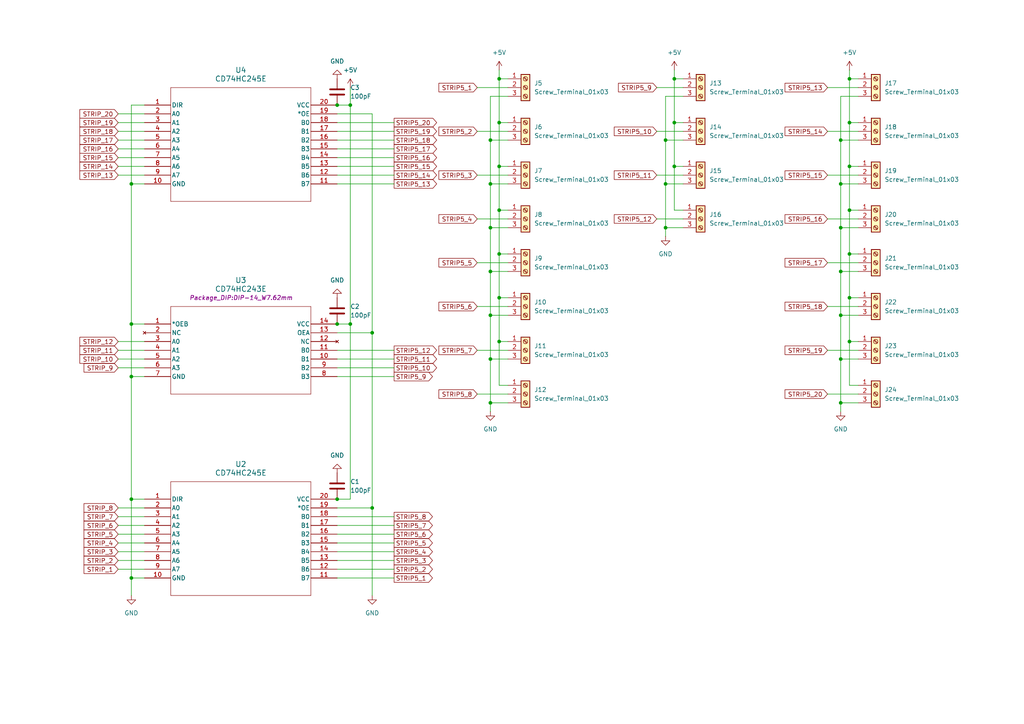
<source format=kicad_sch>
(kicad_sch (version 20231120) (generator "eeschema") (generator_version "8.0")
  (paper "A4")
  (lib_symbols
    (symbol "74HCxxxx:CD74HC243E" (pin_names (offset 0.254))
      (property "Reference" "U2" (at 27.94 10.16 0))
      (property "Value" "CD74HC243E" (at 27.94 7.62 0))
      (property "Footprint" "Package_DIP:DIP-14_W7.62mm" (at 0 0 0))
      (symbol "CD74HC243E_0_1"
        (polyline (pts (xy 7.62 -20.32) (xy 48.26 -20.32)) (stroke (width 0.127)))
        (polyline (pts (xy 7.62 5.08) (xy 7.62 -20.32)) (stroke (width 0.127)))
        (polyline (pts (xy 48.26 -20.32) (xy 48.26 5.08)) (stroke (width 0.127)))
        (polyline (pts (xy 48.26 5.08) (xy 7.62 5.08)) (stroke (width 0.127)))
        (pin input line (at 0 0 0) (length 7.62) (name "*OEB") (number "1"))
        (pin bidirectional line (at 55.88 -10.16 180) (length 7.62) (name "B1") (number "10"))
        (pin bidirectional line (at 55.88 -7.62 180) (length 7.62) (name "B0") (number "11"))
        (pin no_connect line (at 55.88 -5.08 180) (length 7.62) (name "NC") (number "12"))
        (pin input line (at 55.88 -2.54 180) (length 7.62) (name "OEA") (number "13"))
        (pin power_in line (at 55.88 0 180) (length 7.62) (name "VCC") (number "14"))
        (pin no_connect line (at 0 -2.54 0) (length 7.62) (name "NC") (number "2"))
        (pin bidirectional line (at 0 -5.08 0) (length 7.62) (name "A0") (number "3"))
        (pin bidirectional line (at 0 -7.62 0) (length 7.62) (name "A1") (number "4"))
        (pin bidirectional line (at 0 -10.16 0) (length 7.62) (name "A2") (number "5"))
        (pin bidirectional line (at 0 -12.7 0) (length 7.62) (name "A3") (number "6"))
        (pin power_in line (at 0 -15.24 0) (length 7.62) (name "GND") (number "7"))
        (pin bidirectional line (at 55.88 -15.24 180) (length 7.62) (name "B3") (number "8"))
        (pin bidirectional line (at 55.88 -12.7 180) (length 7.62) (name "B2") (number "9"))
      )
    )
    (symbol "74HCxxxx:CD74HC245E" (pin_names (offset 0.254))
      (property "Reference" "U" (at 27.94 10.16 0))
      (property "Value" "CD74HC245E" (at 27.94 7.62 0))
      (symbol "CD74HC245E_0_1"
        (polyline (pts (xy 7.62 -27.94) (xy 48.26 -27.94)) (stroke (width 0.127)))
        (polyline (pts (xy 7.62 5.08) (xy 7.62 -27.94)) (stroke (width 0.127)))
        (polyline (pts (xy 48.26 -27.94) (xy 48.26 5.08)) (stroke (width 0.127)))
        (polyline (pts (xy 48.26 5.08) (xy 7.62 5.08)) (stroke (width 0.127)))
        (pin input line (at 0 0 0) (length 7.62) (name "DIR") (number "1"))
        (pin power_in line (at 0 -22.86 0) (length 7.62) (name "GND") (number "10"))
        (pin bidirectional line (at 55.88 -22.86 180) (length 7.62) (name "B7") (number "11"))
        (pin bidirectional line (at 55.88 -20.32 180) (length 7.62) (name "B6") (number "12"))
        (pin bidirectional line (at 55.88 -17.78 180) (length 7.62) (name "B5") (number "13"))
        (pin bidirectional line (at 55.88 -15.24 180) (length 7.62) (name "B4") (number "14"))
        (pin bidirectional line (at 55.88 -12.7 180) (length 7.62) (name "B3") (number "15"))
        (pin bidirectional line (at 55.88 -10.16 180) (length 7.62) (name "B2") (number "16"))
        (pin bidirectional line (at 55.88 -7.62 180) (length 7.62) (name "B1") (number "17"))
        (pin bidirectional line (at 55.88 -5.08 180) (length 7.62) (name "B0") (number "18"))
        (pin input line (at 55.88 -2.54 180) (length 7.62) (name "*OE") (number "19"))
        (pin bidirectional line (at 0 -2.54 0) (length 7.62) (name "A0") (number "2"))
        (pin power_in line (at 55.88 0 180) (length 7.62) (name "VCC") (number "20"))
        (pin bidirectional line (at 0 -5.08 0) (length 7.62) (name "A1") (number "3"))
        (pin bidirectional line (at 0 -7.62 0) (length 7.62) (name "A2") (number "4"))
        (pin bidirectional line (at 0 -10.16 0) (length 7.62) (name "A3") (number "5"))
        (pin bidirectional line (at 0 -12.7 0) (length 7.62) (name "A4") (number "6"))
        (pin bidirectional line (at 0 -15.24 0) (length 7.62) (name "A5") (number "7"))
        (pin bidirectional line (at 0 -17.78 0) (length 7.62) (name "A6") (number "8"))
        (pin bidirectional line (at 0 -20.32 0) (length 7.62) (name "A7") (number "9"))
      )
    )
    (symbol "Connector:Screw_Terminal_01x03" (pin_names (offset 1.016) hide)
      (property "Reference" "J" (at 0 5.08 0))
      (property "Value" "Screw_Terminal_01x03" (at 0 -5.08 0))
      (symbol "Screw_Terminal_01x03_1_1"
        (rectangle (start -1.27 3.81) (end 1.27 -3.81) (stroke (width 0.254)) (fill (type background)))
        (circle (center 0 -2.54) (radius 0.635) (stroke (width 0.1524)))
        (polyline (pts (xy -0.5334 -2.2098) (xy 0.3302 -3.048)) (stroke (width 0.1524)))
        (polyline (pts (xy -0.5334 0.3302) (xy 0.3302 -0.508)) (stroke (width 0.1524)))
        (polyline (pts (xy -0.5334 2.8702) (xy 0.3302 2.032)) (stroke (width 0.1524)))
        (polyline (pts (xy -0.3556 -2.032) (xy 0.508 -2.8702)) (stroke (width 0.1524)))
        (polyline (pts (xy -0.3556 0.508) (xy 0.508 -0.3302)) (stroke (width 0.1524)))
        (polyline (pts (xy -0.3556 3.048) (xy 0.508 2.2098)) (stroke (width 0.1524)))
        (circle (center 0 0) (radius 0.635) (stroke (width 0.1524)))
        (circle (center 0 2.54) (radius 0.635) (stroke (width 0.1524)))
        (pin passive line (at -5.08 2.54 0) (length 3.81) (name "Pin_1") (number "1"))
        (pin passive line (at -5.08 0 0) (length 3.81) (name "Pin_2") (number "2"))
        (pin passive line (at -5.08 -2.54 0) (length 3.81) (name "Pin_3") (number "3"))
      )
    )
    (symbol "Device:C" (pin_numbers hide) (pin_names (offset 0.254))
      (property "Reference" "C" (at 0.635 2.54 0))
      (property "Value" "C" (at 0.635 -2.54 0))
      (symbol "C_0_1"
        (polyline (pts (xy -2.032 -0.762) (xy 2.032 -0.762)) (stroke (width 0.508)))
        (polyline (pts (xy -2.032 0.762) (xy 2.032 0.762)) (stroke (width 0.508)))
      )
      (symbol "C_1_1"
        (pin passive line (at 0 3.81 270) (length 2.794) (name "~") (number "1"))
        (pin passive line (at 0 -3.81 90) (length 2.794) (name "~") (number "2"))
      )
    )
    (symbol "power:+5V" (power) (pin_numbers hide) (pin_names (offset 0) hide)
      (property "Value" "+5V" (at 0 3.556 0))
      (symbol "+5V_0_1"
        (polyline (pts (xy -0.762 1.27) (xy 0 2.54)))
        (polyline (pts (xy 0 0) (xy 0 2.54)))
        (polyline (pts (xy 0 2.54) (xy 0.762 1.27)))
      )
      (symbol "+5V_1_1"
        (pin power_in line (at 0 0 90) (length 0) (name "~") (number "1"))
      )
    )
    (symbol "power:GND" (power) (pin_numbers hide) (pin_names (offset 0) hide)
      (property "Value" "GND" (at 0 -3.81 0))
      (symbol "GND_0_1"
        (polyline (pts (xy 0 0) (xy 0 -1.27) (xy 1.27 -1.27) (xy 0 -2.54) (xy -1.27 -1.27) (xy 0 -1.27)))
      )
      (symbol "GND_1_1"
        (pin power_in line (at 0 0 270) (length 0) (name "~") (number "1"))
      )
    )
  )
  (junction (at 195.58 48.26))
  (junction (at 195.58 35.56))
  (junction (at 38.1 109.22))
  (junction (at 144.78 73.66))
  (junction (at 38.1 53.34))
  (junction (at 243.84 116.84))
  (junction (at 38.1 144.78))
  (junction (at 243.84 66.04))
  (junction (at 246.38 60.96))
  (junction (at 243.84 40.64))
  (junction (at 193.04 40.64))
  (junction (at 97.79 93.98))
  (junction (at 246.38 86.36))
  (junction (at 101.6 30.48))
  (junction (at 107.95 147.32))
  (junction (at 193.04 53.34))
  (junction (at 243.84 53.34))
  (junction (at 142.24 91.44))
  (junction (at 243.84 104.14))
  (junction (at 144.78 22.86))
  (junction (at 243.84 91.44))
  (junction (at 246.38 73.66))
  (junction (at 144.78 86.36))
  (junction (at 142.24 116.84))
  (junction (at 246.38 22.86))
  (junction (at 101.6 93.98))
  (junction (at 193.04 66.04))
  (junction (at 97.79 144.78))
  (junction (at 142.24 66.04))
  (junction (at 144.78 48.26))
  (junction (at 195.58 22.86))
  (junction (at 144.78 35.56))
  (junction (at 142.24 40.64))
  (junction (at 144.78 99.06))
  (junction (at 97.79 30.48))
  (junction (at 142.24 53.34))
  (junction (at 243.84 78.74))
  (junction (at 38.1 93.98))
  (junction (at 142.24 78.74))
  (junction (at 246.38 35.56))
  (junction (at 142.24 104.14))
  (junction (at 144.78 60.96))
  (junction (at 38.1 167.64))
  (junction (at 246.38 99.06))
  (junction (at 246.38 48.26))
  (junction (at 107.95 96.52))
  (wire (pts (xy 144.78 99.06) (xy 147.32 99.06)))
  (wire (pts (xy 97.79 160.02) (xy 114.3 160.02)))
  (wire (pts (xy 97.79 104.14) (xy 114.3 104.14)))
  (wire (pts (xy 246.38 22.86) (xy 246.38 35.56)))
  (wire (pts (xy 246.38 60.96) (xy 248.92 60.96)))
  (wire (pts (xy 142.24 27.94) (xy 147.32 27.94)))
  (wire (pts (xy 38.1 144.78) (xy 41.91 144.78)))
  (wire (pts (xy 34.29 104.14) (xy 41.91 104.14)))
  (wire (pts (xy 193.04 68.58) (xy 193.04 66.04)))
  (wire (pts (xy 34.29 165.1) (xy 41.91 165.1)))
  (wire (pts (xy 38.1 109.22) (xy 41.91 109.22)))
  (wire (pts (xy 34.29 147.32) (xy 41.91 147.32)))
  (wire (pts (xy 97.79 38.1) (xy 114.3 38.1)))
  (wire (pts (xy 142.24 40.64) (xy 147.32 40.64)))
  (wire (pts (xy 101.6 144.78) (xy 101.6 93.98)))
  (wire (pts (xy 193.04 53.34) (xy 193.04 40.64)))
  (wire (pts (xy 246.38 111.76) (xy 248.92 111.76)))
  (wire (pts (xy 97.79 147.32) (xy 107.95 147.32)))
  (wire (pts (xy 97.79 50.8) (xy 114.3 50.8)))
  (wire (pts (xy 38.1 109.22) (xy 38.1 144.78)))
  (wire (pts (xy 41.91 93.98) (xy 38.1 93.98)))
  (wire (pts (xy 240.03 114.3) (xy 248.92 114.3)))
  (wire (pts (xy 38.1 53.34) (xy 38.1 93.98)))
  (wire (pts (xy 240.03 76.2) (xy 248.92 76.2)))
  (wire (pts (xy 142.24 53.34) (xy 147.32 53.34)))
  (wire (pts (xy 246.38 20.32) (xy 246.38 22.86)))
  (wire (pts (xy 240.03 25.4) (xy 248.92 25.4)))
  (wire (pts (xy 34.29 40.64) (xy 41.91 40.64)))
  (wire (pts (xy 144.78 73.66) (xy 147.32 73.66)))
  (wire (pts (xy 97.79 40.64) (xy 114.3 40.64)))
  (wire (pts (xy 34.29 152.4) (xy 41.91 152.4)))
  (wire (pts (xy 195.58 60.96) (xy 198.12 60.96)))
  (wire (pts (xy 144.78 60.96) (xy 144.78 73.66)))
  (wire (pts (xy 243.84 40.64) (xy 248.92 40.64)))
  (wire (pts (xy 246.38 48.26) (xy 246.38 60.96)))
  (wire (pts (xy 193.04 66.04) (xy 193.04 53.34)))
  (wire (pts (xy 38.1 144.78) (xy 38.1 167.64)))
  (wire (pts (xy 107.95 147.32) (xy 107.95 96.52)))
  (wire (pts (xy 138.43 25.4) (xy 147.32 25.4)))
  (wire (pts (xy 195.58 35.56) (xy 195.58 48.26)))
  (wire (pts (xy 195.58 22.86) (xy 195.58 35.56)))
  (wire (pts (xy 243.84 119.38) (xy 243.84 116.84)))
  (wire (pts (xy 193.04 66.04) (xy 198.12 66.04)))
  (wire (pts (xy 142.24 91.44) (xy 142.24 78.74)))
  (wire (pts (xy 243.84 116.84) (xy 248.92 116.84)))
  (wire (pts (xy 34.29 48.26) (xy 41.91 48.26)))
  (wire (pts (xy 97.79 33.02) (xy 107.95 33.02)))
  (wire (pts (xy 240.03 88.9) (xy 248.92 88.9)))
  (wire (pts (xy 34.29 38.1) (xy 41.91 38.1)))
  (wire (pts (xy 240.03 101.6) (xy 248.92 101.6)))
  (wire (pts (xy 142.24 66.04) (xy 147.32 66.04)))
  (wire (pts (xy 144.78 60.96) (xy 147.32 60.96)))
  (wire (pts (xy 138.43 101.6) (xy 147.32 101.6)))
  (wire (pts (xy 34.29 35.56) (xy 41.91 35.56)))
  (wire (pts (xy 195.58 35.56) (xy 198.12 35.56)))
  (wire (pts (xy 142.24 40.64) (xy 142.24 27.94)))
  (wire (pts (xy 144.78 22.86) (xy 144.78 35.56)))
  (wire (pts (xy 243.84 66.04) (xy 243.84 78.74)))
  (wire (pts (xy 97.79 53.34) (xy 114.3 53.34)))
  (wire (pts (xy 195.58 20.32) (xy 195.58 22.86)))
  (wire (pts (xy 97.79 101.6) (xy 114.3 101.6)))
  (wire (pts (xy 190.5 63.5) (xy 198.12 63.5)))
  (wire (pts (xy 34.29 43.18) (xy 41.91 43.18)))
  (wire (pts (xy 138.43 50.8) (xy 147.32 50.8)))
  (wire (pts (xy 144.78 111.76) (xy 147.32 111.76)))
  (wire (pts (xy 240.03 63.5) (xy 248.92 63.5)))
  (wire (pts (xy 138.43 63.5) (xy 147.32 63.5)))
  (wire (pts (xy 142.24 116.84) (xy 142.24 104.14)))
  (wire (pts (xy 195.58 48.26) (xy 195.58 60.96)))
  (wire (pts (xy 193.04 53.34) (xy 198.12 53.34)))
  (wire (pts (xy 101.6 30.48) (xy 101.6 93.98)))
  (wire (pts (xy 107.95 33.02) (xy 107.95 96.52)))
  (wire (pts (xy 38.1 167.64) (xy 41.91 167.64)))
  (wire (pts (xy 101.6 93.98) (xy 97.79 93.98)))
  (wire (pts (xy 34.29 106.68) (xy 41.91 106.68)))
  (wire (pts (xy 195.58 48.26) (xy 198.12 48.26)))
  (wire (pts (xy 144.78 20.32) (xy 144.78 22.86)))
  (wire (pts (xy 144.78 35.56) (xy 147.32 35.56)))
  (wire (pts (xy 97.79 167.64) (xy 114.3 167.64)))
  (wire (pts (xy 34.29 149.86) (xy 41.91 149.86)))
  (wire (pts (xy 142.24 119.38) (xy 142.24 116.84)))
  (wire (pts (xy 243.84 53.34) (xy 243.84 40.64)))
  (wire (pts (xy 144.78 35.56) (xy 144.78 48.26)))
  (wire (pts (xy 193.04 40.64) (xy 198.12 40.64)))
  (wire (pts (xy 34.29 33.02) (xy 41.91 33.02)))
  (wire (pts (xy 144.78 73.66) (xy 144.78 86.36)))
  (wire (pts (xy 243.84 53.34) (xy 248.92 53.34)))
  (wire (pts (xy 34.29 50.8) (xy 41.91 50.8)))
  (wire (pts (xy 246.38 99.06) (xy 248.92 99.06)))
  (wire (pts (xy 34.29 45.72) (xy 41.91 45.72)))
  (wire (pts (xy 243.84 78.74) (xy 248.92 78.74)))
  (wire (pts (xy 97.79 152.4) (xy 114.3 152.4)))
  (wire (pts (xy 246.38 60.96) (xy 246.38 73.66)))
  (wire (pts (xy 97.79 35.56) (xy 114.3 35.56)))
  (wire (pts (xy 138.43 38.1) (xy 147.32 38.1)))
  (wire (pts (xy 97.79 149.86) (xy 114.3 149.86)))
  (wire (pts (xy 101.6 25.4) (xy 101.6 30.48)))
  (wire (pts (xy 246.38 22.86) (xy 248.92 22.86)))
  (wire (pts (xy 38.1 53.34) (xy 41.91 53.34)))
  (wire (pts (xy 97.79 43.18) (xy 114.3 43.18)))
  (wire (pts (xy 190.5 25.4) (xy 198.12 25.4)))
  (wire (pts (xy 142.24 116.84) (xy 147.32 116.84)))
  (wire (pts (xy 142.24 53.34) (xy 142.24 40.64)))
  (wire (pts (xy 34.29 160.02) (xy 41.91 160.02)))
  (wire (pts (xy 195.58 22.86) (xy 198.12 22.86)))
  (wire (pts (xy 243.84 104.14) (xy 243.84 91.44)))
  (wire (pts (xy 97.79 48.26) (xy 114.3 48.26)))
  (wire (pts (xy 193.04 27.94) (xy 198.12 27.94)))
  (wire (pts (xy 138.43 114.3) (xy 147.32 114.3)))
  (wire (pts (xy 97.79 165.1) (xy 114.3 165.1)))
  (wire (pts (xy 142.24 91.44) (xy 147.32 91.44)))
  (wire (pts (xy 243.84 27.94) (xy 248.92 27.94)))
  (wire (pts (xy 243.84 116.84) (xy 243.84 104.14)))
  (wire (pts (xy 246.38 35.56) (xy 246.38 48.26)))
  (wire (pts (xy 246.38 73.66) (xy 248.92 73.66)))
  (wire (pts (xy 107.95 172.72) (xy 107.95 147.32)))
  (wire (pts (xy 142.24 104.14) (xy 147.32 104.14)))
  (wire (pts (xy 34.29 99.06) (xy 41.91 99.06)))
  (wire (pts (xy 243.84 40.64) (xy 243.84 27.94)))
  (wire (pts (xy 138.43 88.9) (xy 147.32 88.9)))
  (wire (pts (xy 240.03 50.8) (xy 248.92 50.8)))
  (wire (pts (xy 144.78 48.26) (xy 144.78 60.96)))
  (wire (pts (xy 243.84 66.04) (xy 243.84 53.34)))
  (wire (pts (xy 138.43 76.2) (xy 147.32 76.2)))
  (wire (pts (xy 246.38 73.66) (xy 246.38 86.36)))
  (wire (pts (xy 246.38 99.06) (xy 246.38 111.76)))
  (wire (pts (xy 243.84 91.44) (xy 243.84 78.74)))
  (wire (pts (xy 34.29 157.48) (xy 41.91 157.48)))
  (wire (pts (xy 38.1 167.64) (xy 38.1 172.72)))
  (wire (pts (xy 243.84 104.14) (xy 248.92 104.14)))
  (wire (pts (xy 97.79 157.48) (xy 114.3 157.48)))
  (wire (pts (xy 34.29 162.56) (xy 41.91 162.56)))
  (wire (pts (xy 38.1 30.48) (xy 38.1 53.34)))
  (wire (pts (xy 97.79 106.68) (xy 114.3 106.68)))
  (wire (pts (xy 97.79 30.48) (xy 101.6 30.48)))
  (wire (pts (xy 34.29 154.94) (xy 41.91 154.94)))
  (wire (pts (xy 243.84 91.44) (xy 248.92 91.44)))
  (wire (pts (xy 38.1 93.98) (xy 38.1 109.22)))
  (wire (pts (xy 97.79 162.56) (xy 114.3 162.56)))
  (wire (pts (xy 240.03 38.1) (xy 248.92 38.1)))
  (wire (pts (xy 142.24 66.04) (xy 142.24 78.74)))
  (wire (pts (xy 246.38 86.36) (xy 246.38 99.06)))
  (wire (pts (xy 97.79 154.94) (xy 114.3 154.94)))
  (wire (pts (xy 97.79 109.22) (xy 114.3 109.22)))
  (wire (pts (xy 97.79 45.72) (xy 114.3 45.72)))
  (wire (pts (xy 107.95 96.52) (xy 97.79 96.52)))
  (wire (pts (xy 193.04 40.64) (xy 193.04 27.94)))
  (wire (pts (xy 142.24 78.74) (xy 147.32 78.74)))
  (wire (pts (xy 246.38 48.26) (xy 248.92 48.26)))
  (wire (pts (xy 34.29 101.6) (xy 41.91 101.6)))
  (wire (pts (xy 97.79 144.78) (xy 101.6 144.78)))
  (wire (pts (xy 190.5 38.1) (xy 198.12 38.1)))
  (wire (pts (xy 41.91 30.48) (xy 38.1 30.48)))
  (wire (pts (xy 142.24 66.04) (xy 142.24 53.34)))
  (wire (pts (xy 144.78 22.86) (xy 147.32 22.86)))
  (wire (pts (xy 144.78 86.36) (xy 147.32 86.36)))
  (wire (pts (xy 243.84 66.04) (xy 248.92 66.04)))
  (wire (pts (xy 190.5 50.8) (xy 198.12 50.8)))
  (wire (pts (xy 246.38 86.36) (xy 248.92 86.36)))
  (wire (pts (xy 142.24 104.14) (xy 142.24 91.44)))
  (wire (pts (xy 144.78 48.26) (xy 147.32 48.26)))
  (wire (pts (xy 144.78 86.36) (xy 144.78 99.06)))
  (wire (pts (xy 144.78 99.06) (xy 144.78 111.76)))
  (wire (pts (xy 246.38 35.56) (xy 248.92 35.56)))
  (global_label "STRIP_9" (shape input) (at 34.29 106.68 180) (property "Intersheetrefs" "${INTERSHEET_REFS}" (effects (hide yes))))
  (global_label "STRIP_4" (shape input) (at 34.29 157.48 180) (property "Intersheetrefs" "${INTERSHEET_REFS}" (effects (hide yes))))
  (global_label "STRIP5_15" (shape input) (at 240.03 50.8 180) (property "Intersheetrefs" "${INTERSHEET_REFS}" (effects (hide yes))))
  (global_label "STRIP_15" (shape input) (at 34.29 45.72 180) (property "Intersheetrefs" "${INTERSHEET_REFS}" (effects (hide yes))))
  (global_label "STRIP_3" (shape input) (at 34.29 160.02 180) (property "Intersheetrefs" "${INTERSHEET_REFS}" (effects (hide yes))))
  (global_label "STRIP_13" (shape input) (at 34.29 50.8 180) (property "Intersheetrefs" "${INTERSHEET_REFS}" (effects (hide yes))))
  (global_label "STRIP_2" (shape input) (at 34.29 162.56 180) (property "Intersheetrefs" "${INTERSHEET_REFS}" (effects (hide yes))))
  (global_label "STRIP5_4" (shape output) (at 114.3 160.02 0) (property "Intersheetrefs" "${INTERSHEET_REFS}" (effects (hide yes))))
  (global_label "STRIP5_10" (shape output) (at 114.3 106.68 0) (property "Intersheetrefs" "${INTERSHEET_REFS}" (effects (hide yes))))
  (global_label "STRIP5_13" (shape output) (at 114.3 53.34 0) (property "Intersheetrefs" "${INTERSHEET_REFS}" (effects (hide yes))))
  (global_label "STRIP5_6" (shape output) (at 114.3 154.94 0) (property "Intersheetrefs" "${INTERSHEET_REFS}" (effects (hide yes))))
  (global_label "STRIP5_11" (shape output) (at 114.3 104.14 0) (property "Intersheetrefs" "${INTERSHEET_REFS}" (effects (hide yes))))
  (global_label "STRIP_11" (shape input) (at 34.29 101.6 180) (property "Intersheetrefs" "${INTERSHEET_REFS}" (effects (hide yes))))
  (global_label "STRIP5_4" (shape input) (at 138.43 63.5 180) (property "Intersheetrefs" "${INTERSHEET_REFS}" (effects (hide yes))))
  (global_label "STRIP_10" (shape input) (at 34.29 104.14 180) (property "Intersheetrefs" "${INTERSHEET_REFS}" (effects (hide yes))))
  (global_label "STRIP5_11" (shape input) (at 190.5 50.8 180) (property "Intersheetrefs" "${INTERSHEET_REFS}" (effects (hide yes))))
  (global_label "STRIP_8" (shape input) (at 34.29 147.32 180) (property "Intersheetrefs" "${INTERSHEET_REFS}" (effects (hide yes))))
  (global_label "STRIP5_13" (shape input) (at 240.03 25.4 180) (property "Intersheetrefs" "${INTERSHEET_REFS}" (effects (hide yes))))
  (global_label "STRIP5_16" (shape output) (at 114.3 45.72 0) (property "Intersheetrefs" "${INTERSHEET_REFS}" (effects (hide yes))))
  (global_label "STRIP_20" (shape input) (at 34.29 33.02 180) (property "Intersheetrefs" "${INTERSHEET_REFS}" (effects (hide yes))))
  (global_label "STRIP5_7" (shape input) (at 138.43 101.6 180) (property "Intersheetrefs" "${INTERSHEET_REFS}" (effects (hide yes))))
  (global_label "STRIP5_14" (shape input) (at 240.03 38.1 180) (property "Intersheetrefs" "${INTERSHEET_REFS}" (effects (hide yes))))
  (global_label "STRIP_17" (shape input) (at 34.29 40.64 180) (property "Intersheetrefs" "${INTERSHEET_REFS}" (effects (hide yes))))
  (global_label "STRIP5_20" (shape output) (at 114.3 35.56 0) (property "Intersheetrefs" "${INTERSHEET_REFS}" (effects (hide yes))))
  (global_label "STRIP5_2" (shape input) (at 138.43 38.1 180) (property "Intersheetrefs" "${INTERSHEET_REFS}" (effects (hide yes))))
  (global_label "STRIP5_12" (shape input) (at 190.5 63.5 180) (property "Intersheetrefs" "${INTERSHEET_REFS}" (effects (hide yes))))
  (global_label "STRIP5_18" (shape output) (at 114.3 40.64 0) (property "Intersheetrefs" "${INTERSHEET_REFS}" (effects (hide yes))))
  (global_label "STRIP5_2" (shape output) (at 114.3 165.1 0) (property "Intersheetrefs" "${INTERSHEET_REFS}" (effects (hide yes))))
  (global_label "STRIP5_14" (shape output) (at 114.3 50.8 0) (property "Intersheetrefs" "${INTERSHEET_REFS}" (effects (hide yes))))
  (global_label "STRIP_12" (shape input) (at 34.29 99.06 180) (property "Intersheetrefs" "${INTERSHEET_REFS}" (effects (hide yes))))
  (global_label "STRIP5_8" (shape output) (at 114.3 149.86 0) (property "Intersheetrefs" "${INTERSHEET_REFS}" (effects (hide yes))))
  (global_label "STRIP_16" (shape input) (at 34.29 43.18 180) (property "Intersheetrefs" "${INTERSHEET_REFS}" (effects (hide yes))))
  (global_label "STRIP5_1" (shape input) (at 138.43 25.4 180) (property "Intersheetrefs" "${INTERSHEET_REFS}" (effects (hide yes))))
  (global_label "STRIP5_3" (shape output) (at 114.3 162.56 0) (property "Intersheetrefs" "${INTERSHEET_REFS}" (effects (hide yes))))
  (global_label "STRIP5_1" (shape output) (at 114.3 167.64 0) (property "Intersheetrefs" "${INTERSHEET_REFS}" (effects (hide yes))))
  (global_label "STRIP5_8" (shape input) (at 138.43 114.3 180) (property "Intersheetrefs" "${INTERSHEET_REFS}" (effects (hide yes))))
  (global_label "STRIP5_19" (shape output) (at 114.3 38.1 0) (property "Intersheetrefs" "${INTERSHEET_REFS}" (effects (hide yes))))
  (global_label "STRIP5_20" (shape input) (at 240.03 114.3 180) (property "Intersheetrefs" "${INTERSHEET_REFS}" (effects (hide yes))))
  (global_label "STRIP5_9" (shape input) (at 190.5 25.4 180) (property "Intersheetrefs" "${INTERSHEET_REFS}" (effects (hide yes))))
  (global_label "STRIP5_10" (shape input) (at 190.5 38.1 180) (property "Intersheetrefs" "${INTERSHEET_REFS}" (effects (hide yes))))
  (global_label "STRIP5_3" (shape input) (at 138.43 50.8 180) (property "Intersheetrefs" "${INTERSHEET_REFS}" (effects (hide yes))))
  (global_label "STRIP_7" (shape input) (at 34.29 149.86 180) (property "Intersheetrefs" "${INTERSHEET_REFS}" (effects (hide yes))))
  (global_label "STRIP_5" (shape input) (at 34.29 154.94 180) (property "Intersheetrefs" "${INTERSHEET_REFS}" (effects (hide yes))))
  (global_label "STRIP5_9" (shape output) (at 114.3 109.22 0) (property "Intersheetrefs" "${INTERSHEET_REFS}" (effects (hide yes))))
  (global_label "STRIP5_12" (shape output) (at 114.3 101.6 0) (property "Intersheetrefs" "${INTERSHEET_REFS}" (effects (hide yes))))
  (global_label "STRIP5_17" (shape output) (at 114.3 43.18 0) (property "Intersheetrefs" "${INTERSHEET_REFS}" (effects (hide yes))))
  (global_label "STRIP5_5" (shape output) (at 114.3 157.48 0) (property "Intersheetrefs" "${INTERSHEET_REFS}" (effects (hide yes))))
  (global_label "STRIP_19" (shape input) (at 34.29 35.56 180) (property "Intersheetrefs" "${INTERSHEET_REFS}" (effects (hide yes))))
  (global_label "STRIP5_15" (shape output) (at 114.3 48.26 0) (property "Intersheetrefs" "${INTERSHEET_REFS}" (effects (hide yes))))
  (global_label "STRIP5_17" (shape input) (at 240.03 76.2 180) (property "Intersheetrefs" "${INTERSHEET_REFS}" (effects (hide yes))))
  (global_label "STRIP5_5" (shape input) (at 138.43 76.2 180) (property "Intersheetrefs" "${INTERSHEET_REFS}" (effects (hide yes))))
  (global_label "STRIP5_6" (shape input) (at 138.43 88.9 180) (property "Intersheetrefs" "${INTERSHEET_REFS}" (effects (hide yes))))
  (global_label "STRIP5_16" (shape input) (at 240.03 63.5 180) (property "Intersheetrefs" "${INTERSHEET_REFS}" (effects (hide yes))))
  (global_label "STRIP_1" (shape input) (at 34.29 165.1 180) (property "Intersheetrefs" "${INTERSHEET_REFS}" (effects (hide yes))))
  (global_label "STRIP5_19" (shape input) (at 240.03 101.6 180) (property "Intersheetrefs" "${INTERSHEET_REFS}" (effects (hide yes))))
  (global_label "STRIP_18" (shape input) (at 34.29 38.1 180) (property "Intersheetrefs" "${INTERSHEET_REFS}" (effects (hide yes))))
  (global_label "STRIP5_18" (shape input) (at 240.03 88.9 180) (property "Intersheetrefs" "${INTERSHEET_REFS}" (effects (hide yes))))
  (global_label "STRIP_14" (shape input) (at 34.29 48.26 180) (property "Intersheetrefs" "${INTERSHEET_REFS}" (effects (hide yes))))
  (global_label "STRIP_6" (shape input) (at 34.29 152.4 180) (property "Intersheetrefs" "${INTERSHEET_REFS}" (effects (hide yes))))
  (global_label "STRIP5_7" (shape output) (at 114.3 152.4 0) (property "Intersheetrefs" "${INTERSHEET_REFS}" (effects (hide yes))))
  (symbol (lib_id "power:GND") (at 97.79 22.86 180) (unit 1)
    (property "Reference" "#PWR024" (effects (hide yes)))
    (property "Value" "GND" (at 97.79 17.78 0))
    (property "Description" "Power symbol creates a global label with name \"GND\" , ground" (effects (hide yes)))
  )
  (symbol (lib_id "power:GND") (at 142.24 119.38 0) (unit 1)
    (property "Reference" "#PWR022" (effects (hide yes)))
    (property "Value" "GND" (at 142.24 124.46 0))
    (property "Description" "Power symbol creates a global label with name \"GND\" , ground" (effects (hide yes)))
  )
  (symbol (lib_id "Connector:Screw_Terminal_01x03") (at 254 101.6 0) (unit 1)
    (property "Reference" "J23" (at 256.54 100.3299 0) (effects (justify left)))
    (property "Value" "Screw_Terminal_01x03" (at 256.54 102.8699 0) (effects (justify left)))
    (property "Footprint" "TerminalBlock_Phoenix:TerminalBlock_Phoenix_MPT-0,5-3-2.54_1x03_P2.54mm_Horizontal" (effects (hide yes)))
    (property "Description" "Generic screw terminal, single row, 01x03, script generated (kicad-library-utils/schlib/autogen/connector/)" (effects (hide yes)))
  )
  (symbol (lib_id "Connector:Screw_Terminal_01x03") (at 203.2 50.8 0) (unit 1)
    (property "Reference" "J15" (at 205.74 49.5299 0) (effects (justify left)))
    (property "Value" "Screw_Terminal_01x03" (at 205.74 52.0699 0) (effects (justify left)))
    (property "Footprint" "TerminalBlock_Phoenix:TerminalBlock_Phoenix_MPT-0,5-3-2.54_1x03_P2.54mm_Horizontal" (effects (hide yes)))
    (property "Description" "Generic screw terminal, single row, 01x03, script generated (kicad-library-utils/schlib/autogen/connector/)" (effects (hide yes)))
  )
  (symbol (lib_id "Connector:Screw_Terminal_01x03") (at 254 88.9 0) (unit 1)
    (property "Reference" "J22" (at 256.54 87.6299 0) (effects (justify left)))
    (property "Value" "Screw_Terminal_01x03" (at 256.54 90.1699 0) (effects (justify left)))
    (property "Footprint" "TerminalBlock_Phoenix:TerminalBlock_Phoenix_MPT-0,5-3-2.54_1x03_P2.54mm_Horizontal" (effects (hide yes)))
    (property "Description" "Generic screw terminal, single row, 01x03, script generated (kicad-library-utils/schlib/autogen/connector/)" (effects (hide yes)))
  )
  (symbol (lib_id "power:GND") (at 243.84 119.38 0) (unit 1)
    (property "Reference" "#PWR025" (effects (hide yes)))
    (property "Value" "GND" (at 243.84 124.46 0))
    (property "Description" "Power symbol creates a global label with name \"GND\" , ground" (effects (hide yes)))
  )
  (symbol (lib_id "power:GND") (at 107.95 172.72 0) (unit 1)
    (property "Reference" "#PWR016" (effects (hide yes)))
    (property "Value" "GND" (at 107.95 177.8 0))
    (property "Description" "Power symbol creates a global label with name \"GND\" , ground" (effects (hide yes)))
  )
  (symbol (lib_id "Device:C") (at 97.79 26.67 0) (unit 1)
    (property "Reference" "C3" (at 101.6 25.3999 0) (effects (justify left)))
    (property "Value" "100pF" (at 101.6 27.9399 0) (effects (justify left)))
    (property "Footprint" "Capacitor_THT:C_Disc_D5.0mm_W2.5mm_P2.50mm" (effects (hide yes)))
    (property "Description" "Unpolarized capacitor" (effects (hide yes)))
  )
  (symbol (lib_id "Connector:Screw_Terminal_01x03") (at 203.2 63.5 0) (unit 1)
    (property "Reference" "J16" (at 205.74 62.2299 0) (effects (justify left)))
    (property "Value" "Screw_Terminal_01x03" (at 205.74 64.7699 0) (effects (justify left)))
    (property "Footprint" "TerminalBlock_Phoenix:TerminalBlock_Phoenix_MPT-0,5-3-2.54_1x03_P2.54mm_Horizontal" (effects (hide yes)))
    (property "Description" "Generic screw terminal, single row, 01x03, script generated (kicad-library-utils/schlib/autogen/connector/)" (effects (hide yes)))
  )
  (symbol (lib_id "Connector:Screw_Terminal_01x03") (at 254 25.4 0) (unit 1)
    (property "Reference" "J17" (at 256.54 24.1299 0) (effects (justify left)))
    (property "Value" "Screw_Terminal_01x03" (at 256.54 26.6699 0) (effects (justify left)))
    (property "Footprint" "TerminalBlock_Phoenix:TerminalBlock_Phoenix_MPT-0,5-3-2.54_1x03_P2.54mm_Horizontal" (effects (hide yes)))
    (property "Description" "Generic screw terminal, single row, 01x03, script generated (kicad-library-utils/schlib/autogen/connector/)" (effects (hide yes)))
  )
  (symbol (lib_id "Connector:Screw_Terminal_01x03") (at 152.4 25.4 0) (unit 1)
    (property "Reference" "J5" (at 154.94 24.1299 0) (effects (justify left)))
    (property "Value" "Screw_Terminal_01x03" (at 154.94 26.6699 0) (effects (justify left)))
    (property "Footprint" "TerminalBlock_Phoenix:TerminalBlock_Phoenix_MPT-0,5-3-2.54_1x03_P2.54mm_Horizontal" (effects (hide yes)))
    (property "Description" "Generic screw terminal, single row, 01x03, script generated (kicad-library-utils/schlib/autogen/connector/)" (effects (hide yes)))
  )
  (symbol (lib_id "Device:C") (at 97.79 140.97 0) (unit 1)
    (property "Reference" "C1" (at 101.6 139.6999 0) (effects (justify left)))
    (property "Value" "100pF" (at 101.6 142.2399 0) (effects (justify left)))
    (property "Footprint" "Capacitor_THT:C_Disc_D5.0mm_W2.5mm_P2.50mm" (effects (hide yes)))
    (property "Description" "Unpolarized capacitor" (effects (hide yes)))
  )
  (symbol (lib_id "Connector:Screw_Terminal_01x03") (at 203.2 25.4 0) (unit 1)
    (property "Reference" "J13" (at 205.74 24.1299 0) (effects (justify left)))
    (property "Value" "Screw_Terminal_01x03" (at 205.74 26.6699 0) (effects (justify left)))
    (property "Footprint" "TerminalBlock_Phoenix:TerminalBlock_Phoenix_MPT-0,5-3-2.54_1x03_P2.54mm_Horizontal" (effects (hide yes)))
    (property "Description" "Generic screw terminal, single row, 01x03, script generated (kicad-library-utils/schlib/autogen/connector/)" (effects (hide yes)))
  )
  (symbol (lib_id "Connector:Screw_Terminal_01x03") (at 152.4 38.1 0) (unit 1)
    (property "Reference" "J6" (at 154.94 36.8299 0) (effects (justify left)))
    (property "Value" "Screw_Terminal_01x03" (at 154.94 39.3699 0) (effects (justify left)))
    (property "Footprint" "TerminalBlock_Phoenix:TerminalBlock_Phoenix_MPT-0,5-3-2.54_1x03_P2.54mm_Horizontal" (effects (hide yes)))
    (property "Description" "Generic screw terminal, single row, 01x03, script generated (kicad-library-utils/schlib/autogen/connector/)" (effects (hide yes)))
  )
  (symbol (lib_id "power:GND") (at 38.1 172.72 0) (unit 1)
    (property "Reference" "#PWR015" (effects (hide yes)))
    (property "Value" "GND" (at 38.1 177.8 0))
    (property "Description" "Power symbol creates a global label with name \"GND\" , ground" (effects (hide yes)))
  )
  (symbol (lib_id "74HCxxxx:CD74HC243E") (at 41.91 93.98 0) (unit 1)
    (property "Reference" "U3" (at 69.85 81.28 0) (effects (font (size 1.524 1.524))))
    (property "Value" "CD74HC243E" (at 69.85 83.82 0) (effects (font (size 1.524 1.524))))
    (property "Footprint" "Package_DIP:DIP-14_W7.62mm" (at 69.85 86.36 0) (effects (font (italic yes))))
    (property "Datasheet" "CD74HC243E" (effects (hide yes)))
  )
  (symbol (lib_id "74HCxxxx:CD74HC245E") (at 41.91 144.78 0) (unit 1)
    (property "Reference" "U2" (at 69.85 134.62 0) (effects (font (size 1.524 1.524))))
    (property "Value" "CD74HC245E" (at 69.85 137.16 0) (effects (font (size 1.524 1.524))))
    (property "Footprint" "Package_DIP:DIP-20_W7.62mm" (effects (hide yes)))
    (property "Datasheet" "CD74HC245E" (effects (hide yes)))
  )
  (symbol (lib_id "Connector:Screw_Terminal_01x03") (at 152.4 63.5 0) (unit 1)
    (property "Reference" "J8" (at 154.94 62.2299 0) (effects (justify left)))
    (property "Value" "Screw_Terminal_01x03" (at 154.94 64.7699 0) (effects (justify left)))
    (property "Footprint" "TerminalBlock_Phoenix:TerminalBlock_Phoenix_MPT-0,5-3-2.54_1x03_P2.54mm_Horizontal" (effects (hide yes)))
    (property "Description" "Generic screw terminal, single row, 01x03, script generated (kicad-library-utils/schlib/autogen/connector/)" (effects (hide yes)))
  )
  (symbol (lib_id "power:+5V") (at 101.6 25.4 0) (unit 1)
    (property "Reference" "#PWR017" (effects (hide yes)))
    (property "Value" "+5V" (at 101.6 20.32 0))
    (property "Description" "Power symbol creates a global label with name \"+5V\"" (effects (hide yes)))
  )
  (symbol (lib_id "Connector:Screw_Terminal_01x03") (at 152.4 114.3 0) (unit 1)
    (property "Reference" "J12" (at 154.94 113.0299 0) (effects (justify left)))
    (property "Value" "Screw_Terminal_01x03" (at 154.94 115.5699 0) (effects (justify left)))
    (property "Footprint" "TerminalBlock_Phoenix:TerminalBlock_Phoenix_MPT-0,5-3-2.54_1x03_P2.54mm_Horizontal" (effects (hide yes)))
    (property "Description" "Generic screw terminal, single row, 01x03, script generated (kicad-library-utils/schlib/autogen/connector/)" (effects (hide yes)))
  )
  (symbol (lib_id "Connector:Screw_Terminal_01x03") (at 152.4 101.6 0) (unit 1)
    (property "Reference" "J11" (at 154.94 100.3299 0) (effects (justify left)))
    (property "Value" "Screw_Terminal_01x03" (at 154.94 102.8699 0) (effects (justify left)))
    (property "Footprint" "TerminalBlock_Phoenix:TerminalBlock_Phoenix_MPT-0,5-3-2.54_1x03_P2.54mm_Horizontal" (effects (hide yes)))
    (property "Description" "Generic screw terminal, single row, 01x03, script generated (kicad-library-utils/schlib/autogen/connector/)" (effects (hide yes)))
  )
  (symbol (lib_id "power:+5V") (at 246.38 20.32 0) (unit 1)
    (property "Reference" "#PWR026" (effects (hide yes)))
    (property "Value" "+5V" (at 246.38 15.24 0))
    (property "Description" "Power symbol creates a global label with name \"+5V\"" (effects (hide yes)))
  )
  (symbol (lib_id "power:+5V") (at 195.58 20.32 0) (unit 1)
    (property "Reference" "#PWR018" (effects (hide yes)))
    (property "Value" "+5V" (at 195.58 15.24 0))
    (property "Description" "Power symbol creates a global label with name \"+5V\"" (effects (hide yes)))
  )
  (symbol (lib_id "power:GND") (at 97.79 86.36 180) (unit 1)
    (property "Reference" "#PWR023" (effects (hide yes)))
    (property "Value" "GND" (at 97.79 81.28 0))
    (property "Description" "Power symbol creates a global label with name \"GND\" , ground" (effects (hide yes)))
  )
  (symbol (lib_id "power:GND") (at 97.79 137.16 180) (unit 1)
    (property "Reference" "#PWR020" (effects (hide yes)))
    (property "Value" "GND" (at 97.79 132.08 0))
    (property "Description" "Power symbol creates a global label with name \"GND\" , ground" (effects (hide yes)))
  )
  (symbol (lib_id "Connector:Screw_Terminal_01x03") (at 254 63.5 0) (unit 1)
    (property "Reference" "J20" (at 256.54 62.2299 0) (effects (justify left)))
    (property "Value" "Screw_Terminal_01x03" (at 256.54 64.7699 0) (effects (justify left)))
    (property "Footprint" "TerminalBlock_Phoenix:TerminalBlock_Phoenix_MPT-0,5-3-2.54_1x03_P2.54mm_Horizontal" (effects (hide yes)))
    (property "Description" "Generic screw terminal, single row, 01x03, script generated (kicad-library-utils/schlib/autogen/connector/)" (effects (hide yes)))
  )
  (symbol (lib_id "Connector:Screw_Terminal_01x03") (at 254 50.8 0) (unit 1)
    (property "Reference" "J19" (at 256.54 49.5299 0) (effects (justify left)))
    (property "Value" "Screw_Terminal_01x03" (at 256.54 52.0699 0) (effects (justify left)))
    (property "Footprint" "TerminalBlock_Phoenix:TerminalBlock_Phoenix_MPT-0,5-3-2.54_1x03_P2.54mm_Horizontal" (effects (hide yes)))
    (property "Description" "Generic screw terminal, single row, 01x03, script generated (kicad-library-utils/schlib/autogen/connector/)" (effects (hide yes)))
  )
  (symbol (lib_id "74HCxxxx:CD74HC245E") (at 41.91 30.48 0) (unit 1)
    (property "Reference" "U4" (at 69.85 20.32 0) (effects (font (size 1.524 1.524))))
    (property "Value" "CD74HC245E" (at 69.85 22.86 0) (effects (font (size 1.524 1.524))))
    (property "Footprint" "Package_DIP:DIP-20_W7.62mm" (effects (hide yes)))
    (property "Datasheet" "CD74HC245E" (effects (hide yes)))
  )
  (symbol (lib_id "Device:C") (at 97.79 90.17 0) (unit 1)
    (property "Reference" "C2" (at 101.6 88.8999 0) (effects (justify left)))
    (property "Value" "100pF" (at 101.6 91.4399 0) (effects (justify left)))
    (property "Footprint" "Capacitor_THT:C_Disc_D5.0mm_W2.5mm_P2.50mm" (effects (hide yes)))
    (property "Description" "Unpolarized capacitor" (effects (hide yes)))
  )
  (symbol (lib_id "Connector:Screw_Terminal_01x03") (at 152.4 88.9 0) (unit 1)
    (property "Reference" "J10" (at 154.94 87.6299 0) (effects (justify left)))
    (property "Value" "Screw_Terminal_01x03" (at 154.94 90.1699 0) (effects (justify left)))
    (property "Footprint" "TerminalBlock_Phoenix:TerminalBlock_Phoenix_MPT-0,5-3-2.54_1x03_P2.54mm_Horizontal" (effects (hide yes)))
    (property "Description" "Generic screw terminal, single row, 01x03, script generated (kicad-library-utils/schlib/autogen/connector/)" (effects (hide yes)))
  )
  (symbol (lib_id "Connector:Screw_Terminal_01x03") (at 203.2 38.1 0) (unit 1)
    (property "Reference" "J14" (at 205.74 36.8299 0) (effects (justify left)))
    (property "Value" "Screw_Terminal_01x03" (at 205.74 39.3699 0) (effects (justify left)))
    (property "Footprint" "TerminalBlock_Phoenix:TerminalBlock_Phoenix_MPT-0,5-3-2.54_1x03_P2.54mm_Horizontal" (effects (hide yes)))
    (property "Description" "Generic screw terminal, single row, 01x03, script generated (kicad-library-utils/schlib/autogen/connector/)" (effects (hide yes)))
  )
  (symbol (lib_id "Connector:Screw_Terminal_01x03") (at 254 76.2 0) (unit 1)
    (property "Reference" "J21" (at 256.54 74.9299 0) (effects (justify left)))
    (property "Value" "Screw_Terminal_01x03" (at 256.54 77.4699 0) (effects (justify left)))
    (property "Footprint" "TerminalBlock_Phoenix:TerminalBlock_Phoenix_MPT-0,5-3-2.54_1x03_P2.54mm_Horizontal" (effects (hide yes)))
    (property "Description" "Generic screw terminal, single row, 01x03, script generated (kicad-library-utils/schlib/autogen/connector/)" (effects (hide yes)))
  )
  (symbol (lib_id "Connector:Screw_Terminal_01x03") (at 254 114.3 0) (unit 1)
    (property "Reference" "J24" (at 256.54 113.0299 0) (effects (justify left)))
    (property "Value" "Screw_Terminal_01x03" (at 256.54 115.5699 0) (effects (justify left)))
    (property "Footprint" "TerminalBlock_Phoenix:TerminalBlock_Phoenix_MPT-0,5-3-2.54_1x03_P2.54mm_Horizontal" (effects (hide yes)))
    (property "Description" "Generic screw terminal, single row, 01x03, script generated (kicad-library-utils/schlib/autogen/connector/)" (effects (hide yes)))
  )
  (symbol (lib_id "Connector:Screw_Terminal_01x03") (at 254 38.1 0) (unit 1)
    (property "Reference" "J18" (at 256.54 36.8299 0) (effects (justify left)))
    (property "Value" "Screw_Terminal_01x03" (at 256.54 39.3699 0) (effects (justify left)))
    (property "Footprint" "TerminalBlock_Phoenix:TerminalBlock_Phoenix_MPT-0,5-3-2.54_1x03_P2.54mm_Horizontal" (effects (hide yes)))
    (property "Description" "Generic screw terminal, single row, 01x03, script generated (kicad-library-utils/schlib/autogen/connector/)" (effects (hide yes)))
  )
  (symbol (lib_id "Connector:Screw_Terminal_01x03") (at 152.4 50.8 0) (unit 1)
    (property "Reference" "J7" (at 154.94 49.5299 0) (effects (justify left)))
    (property "Value" "Screw_Terminal_01x03" (at 154.94 52.0699 0) (effects (justify left)))
    (property "Footprint" "TerminalBlock_Phoenix:TerminalBlock_Phoenix_MPT-0,5-3-2.54_1x03_P2.54mm_Horizontal" (effects (hide yes)))
    (property "Description" "Generic screw terminal, single row, 01x03, script generated (kicad-library-utils/schlib/autogen/connector/)" (effects (hide yes)))
  )
  (symbol (lib_id "power:GND") (at 193.04 68.58 0) (unit 1)
    (property "Reference" "#PWR019" (effects (hide yes)))
    (property "Value" "GND" (at 193.04 73.66 0))
    (property "Description" "Power symbol creates a global label with name \"GND\" , ground" (effects (hide yes)))
  )
  (symbol (lib_id "Connector:Screw_Terminal_01x03") (at 152.4 76.2 0) (unit 1)
    (property "Reference" "J9" (at 154.94 74.9299 0) (effects (justify left)))
    (property "Value" "Screw_Terminal_01x03" (at 154.94 77.4699 0) (effects (justify left)))
    (property "Footprint" "TerminalBlock_Phoenix:TerminalBlock_Phoenix_MPT-0,5-3-2.54_1x03_P2.54mm_Horizontal" (effects (hide yes)))
    (property "Description" "Generic screw terminal, single row, 01x03, script generated (kicad-library-utils/schlib/autogen/connector/)" (effects (hide yes)))
  )
  (symbol (lib_id "power:+5V") (at 144.78 20.32 0) (unit 1)
    (property "Reference" "#PWR021" (effects (hide yes)))
    (property "Value" "+5V" (at 144.78 15.24 0))
    (property "Description" "Power symbol creates a global label with name \"+5V\"" (effects (hide yes)))
  )
)
</source>
